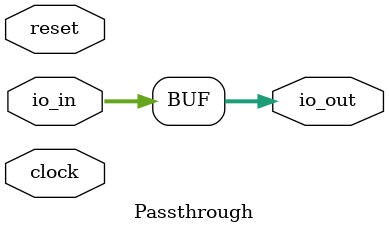
<source format=sv>
module Passthrough(	// src/main/scala/passthrough_example.scala:4:7
  input        clock,	// src/main/scala/passthrough_example.scala:4:7
               reset,	// src/main/scala/passthrough_example.scala:4:7
  input  [9:0] io_in,	// src/main/scala/passthrough_example.scala:5:16
  output [9:0] io_out	// src/main/scala/passthrough_example.scala:5:16
);

  assign io_out = io_in;	// src/main/scala/passthrough_example.scala:4:7
endmodule


// ----- 8< ----- FILE "verification/layers-Passthrough-Verification.sv" ----- 8< -----

// Generated by CIRCT firtool-1.128.0
`ifndef layers_Passthrough_Verification	// src/main/scala/passthrough_example.scala:4:7
  `define layers_Passthrough_Verification
`endif // not def layers_Passthrough_Verification

// ----- 8< ----- FILE "verification/assert/layers-Passthrough-Verification-Assert.sv" ----- 8< -----

// Generated by CIRCT firtool-1.128.0
`ifndef layers_Passthrough_Verification_Assert	// src/main/scala/passthrough_example.scala:4:7
  `define layers_Passthrough_Verification_Assert
  `include "layers-Passthrough-Verification.sv"	// src/main/scala/passthrough_example.scala:4:7
`endif // not def layers_Passthrough_Verification_Assert

// ----- 8< ----- FILE "verification/assume/layers-Passthrough-Verification-Assume.sv" ----- 8< -----

// Generated by CIRCT firtool-1.128.0
`ifndef layers_Passthrough_Verification_Assume	// src/main/scala/passthrough_example.scala:4:7
  `define layers_Passthrough_Verification_Assume
  `include "layers-Passthrough-Verification.sv"	// src/main/scala/passthrough_example.scala:4:7
`endif // not def layers_Passthrough_Verification_Assume

// ----- 8< ----- FILE "verification/cover/layers-Passthrough-Verification-Cover.sv" ----- 8< -----

// Generated by CIRCT firtool-1.128.0
`ifndef layers_Passthrough_Verification_Cover	// src/main/scala/passthrough_example.scala:4:7
  `define layers_Passthrough_Verification_Cover
  `include "layers-Passthrough-Verification.sv"	// src/main/scala/passthrough_example.scala:4:7
`endif // not def layers_Passthrough_Verification_Cover

</source>
